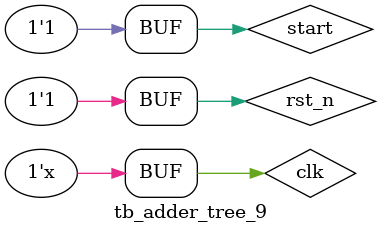
<source format=sv>
`timescale 1ns / 100ps

module tb_adder_tree_9;
logic clk;
logic rst_n;
logic start;

initial begin
clk   = 1'b1;
rst_n = 1'b0;
start = 1'b0;
#200 rst_n = 1'b1;
#200 start = 1'b1;
end

always#2.5 clk = ~clk;

logic [31:0] cnt;

always@(posedge clk or negedge rst_n)begin
	if(!rst_n)
		cnt <= 'd0;
	else begin
		if(start)begin
			if(cnt == 'd1023)
				cnt <= 'd0;
			else
				cnt <= cnt + 1'b1; 
		end
	end
end

reg tlast;

always@(*)begin
	if(cnt <= 'd100)
		tlast <= 1'b0;
	else if(cnt == 'd101)
		tlast <= 1'b1;
	else if(cnt == 'd201)
		tlast <= 1'b1;
	else if((cnt >= 'd300) && (cnt <= 'd400))
		tlast <= 1'b1;
	else
		tlast <= 1'b0;
end

logic sum_vld;
logic signed [31:0] mac_array_out;
adder_tree_9 u_adder_tree_9
(
.   clk (clk),
. rst_n (rst_n),
. tlast (tlast), 
.    a1 (cnt),
.    a2 (cnt),
.    a3 (cnt),
.    a4 (cnt),
.    a5 (cnt),
.    a6 (cnt),
.    a7 (cnt),
.    a8 (cnt),
.    a9 (cnt),
.   sum (mac_array_out),
. sum_vld (sum_vld)
);
endmodule

</source>
